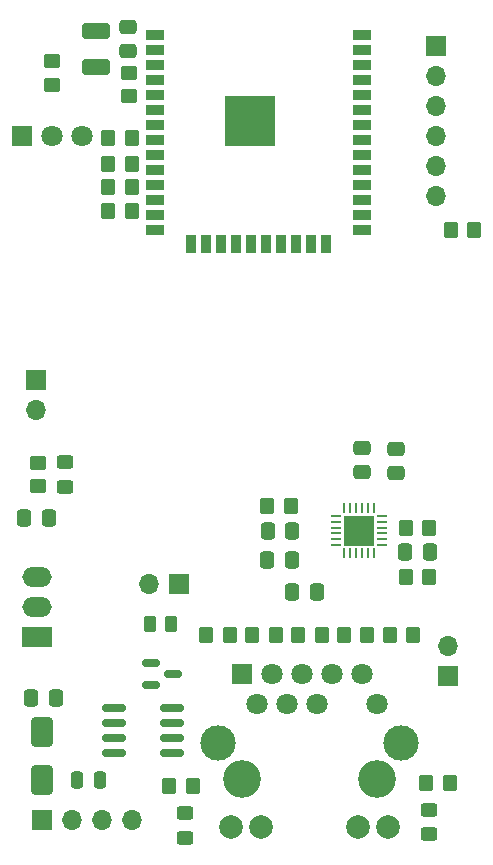
<source format=gbr>
%TF.GenerationSoftware,KiCad,Pcbnew,7.0.0-da2b9df05c~171~ubuntu22.10.1*%
%TF.CreationDate,2023-03-06T20:27:15+01:00*%
%TF.ProjectId,frakfurt_eth,6672616b-6675-4727-945f-6574682e6b69,rev?*%
%TF.SameCoordinates,Original*%
%TF.FileFunction,Soldermask,Top*%
%TF.FilePolarity,Negative*%
%FSLAX46Y46*%
G04 Gerber Fmt 4.6, Leading zero omitted, Abs format (unit mm)*
G04 Created by KiCad (PCBNEW 7.0.0-da2b9df05c~171~ubuntu22.10.1) date 2023-03-06 20:27:15*
%MOMM*%
%LPD*%
G01*
G04 APERTURE LIST*
G04 Aperture macros list*
%AMRoundRect*
0 Rectangle with rounded corners*
0 $1 Rounding radius*
0 $2 $3 $4 $5 $6 $7 $8 $9 X,Y pos of 4 corners*
0 Add a 4 corners polygon primitive as box body*
4,1,4,$2,$3,$4,$5,$6,$7,$8,$9,$2,$3,0*
0 Add four circle primitives for the rounded corners*
1,1,$1+$1,$2,$3*
1,1,$1+$1,$4,$5*
1,1,$1+$1,$6,$7*
1,1,$1+$1,$8,$9*
0 Add four rect primitives between the rounded corners*
20,1,$1+$1,$2,$3,$4,$5,0*
20,1,$1+$1,$4,$5,$6,$7,0*
20,1,$1+$1,$6,$7,$8,$9,0*
20,1,$1+$1,$8,$9,$2,$3,0*%
G04 Aperture macros list end*
%ADD10R,1.700000X1.700000*%
%ADD11O,1.700000X1.700000*%
%ADD12C,3.200000*%
%ADD13R,1.800000X1.800000*%
%ADD14C,1.800000*%
%ADD15C,2.000000*%
%ADD16C,3.000000*%
%ADD17RoundRect,0.250000X0.450000X-0.325000X0.450000X0.325000X-0.450000X0.325000X-0.450000X-0.325000X0*%
%ADD18RoundRect,0.250000X-0.450000X0.325000X-0.450000X-0.325000X0.450000X-0.325000X0.450000X0.325000X0*%
%ADD19RoundRect,0.250000X0.350000X0.450000X-0.350000X0.450000X-0.350000X-0.450000X0.350000X-0.450000X0*%
%ADD20RoundRect,0.250000X-0.350000X-0.450000X0.350000X-0.450000X0.350000X0.450000X-0.350000X0.450000X0*%
%ADD21RoundRect,0.062500X0.350000X0.062500X-0.350000X0.062500X-0.350000X-0.062500X0.350000X-0.062500X0*%
%ADD22RoundRect,0.062500X0.062500X0.350000X-0.062500X0.350000X-0.062500X-0.350000X0.062500X-0.350000X0*%
%ADD23R,2.600000X2.600000*%
%ADD24RoundRect,0.250000X0.925000X-0.412500X0.925000X0.412500X-0.925000X0.412500X-0.925000X-0.412500X0*%
%ADD25RoundRect,0.250000X-0.337500X-0.475000X0.337500X-0.475000X0.337500X0.475000X-0.337500X0.475000X0*%
%ADD26RoundRect,0.150000X-0.825000X-0.150000X0.825000X-0.150000X0.825000X0.150000X-0.825000X0.150000X0*%
%ADD27R,1.500000X0.900000*%
%ADD28R,0.900000X1.500000*%
%ADD29C,0.600000*%
%ADD30R,4.200000X4.200000*%
%ADD31RoundRect,0.250000X-0.475000X0.337500X-0.475000X-0.337500X0.475000X-0.337500X0.475000X0.337500X0*%
%ADD32RoundRect,0.250000X0.262500X0.450000X-0.262500X0.450000X-0.262500X-0.450000X0.262500X-0.450000X0*%
%ADD33RoundRect,0.250000X0.450000X-0.350000X0.450000X0.350000X-0.450000X0.350000X-0.450000X-0.350000X0*%
%ADD34RoundRect,0.150000X-0.587500X-0.150000X0.587500X-0.150000X0.587500X0.150000X-0.587500X0.150000X0*%
%ADD35R,2.500000X1.700000*%
%ADD36O,2.500000X1.700000*%
%ADD37RoundRect,0.250000X-0.650000X1.000000X-0.650000X-1.000000X0.650000X-1.000000X0.650000X1.000000X0*%
%ADD38RoundRect,0.250000X0.475000X-0.337500X0.475000X0.337500X-0.475000X0.337500X-0.475000X-0.337500X0*%
%ADD39RoundRect,0.250000X-0.450000X0.350000X-0.450000X-0.350000X0.450000X-0.350000X0.450000X0.350000X0*%
%ADD40RoundRect,0.250000X0.337500X0.475000X-0.337500X0.475000X-0.337500X-0.475000X0.337500X-0.475000X0*%
%ADD41RoundRect,0.250000X-0.250000X-0.475000X0.250000X-0.475000X0.250000X0.475000X-0.250000X0.475000X0*%
G04 APERTURE END LIST*
D10*
%TO.C,J6*%
X97999999Y-81724999D03*
D11*
X97999999Y-84264999D03*
%TD*%
D10*
%TO.C,J3*%
X132899999Y-106799999D03*
D11*
X132899999Y-104259999D03*
%TD*%
D12*
%TO.C,J1*%
X126880000Y-115550000D03*
X115450000Y-115550000D03*
D13*
X115449999Y-106659999D03*
D14*
X116720000Y-109200000D03*
X117990000Y-106660000D03*
X119260000Y-109200000D03*
X120530000Y-106660000D03*
X121800000Y-109200000D03*
X123070000Y-106660000D03*
X125610000Y-106660000D03*
X126880000Y-109200000D03*
D15*
X114530000Y-119610000D03*
X117070000Y-119610000D03*
X125250000Y-119610000D03*
X127790000Y-119610000D03*
D16*
X128910000Y-112500000D03*
X113410000Y-112500000D03*
%TD*%
D17*
%TO.C,D6*%
X131250000Y-120175000D03*
X131250000Y-118125000D03*
%TD*%
D18*
%TO.C,D5*%
X110650000Y-118450000D03*
X110650000Y-120500000D03*
%TD*%
D19*
%TO.C,R14*%
X133050000Y-115900000D03*
X131050000Y-115900000D03*
%TD*%
D17*
%TO.C,D4*%
X100450000Y-90775000D03*
X100450000Y-88725000D03*
%TD*%
D19*
%TO.C,L1*%
X131300000Y-94250000D03*
X129300000Y-94250000D03*
%TD*%
D20*
%TO.C,R11*%
X129300000Y-98450000D03*
X131300000Y-98450000D03*
%TD*%
D19*
%TO.C,R9*%
X106100000Y-65450000D03*
X104100000Y-65450000D03*
%TD*%
D21*
%TO.C,U3*%
X127287500Y-95750000D03*
X127287500Y-95250000D03*
X127287500Y-94750000D03*
X127287500Y-94250000D03*
X127287500Y-93750000D03*
X127287500Y-93250000D03*
D22*
X126600000Y-92562500D03*
X126100000Y-92562500D03*
X125600000Y-92562500D03*
X125100000Y-92562500D03*
X124600000Y-92562500D03*
X124100000Y-92562500D03*
D21*
X123412500Y-93250000D03*
X123412500Y-93750000D03*
X123412500Y-94250000D03*
X123412500Y-94750000D03*
X123412500Y-95250000D03*
X123412500Y-95750000D03*
D22*
X124100000Y-96437500D03*
X124600000Y-96437500D03*
X125100000Y-96437500D03*
X125600000Y-96437500D03*
X126100000Y-96437500D03*
X126600000Y-96437500D03*
D23*
X125349999Y-94499999D03*
%TD*%
D24*
%TO.C,C4*%
X103050000Y-55287500D03*
X103050000Y-52212500D03*
%TD*%
D25*
%TO.C,C13*%
X97025000Y-93450000D03*
X99100000Y-93450000D03*
%TD*%
D26*
%TO.C,U4*%
X104575000Y-109545000D03*
X104575000Y-110815000D03*
X104575000Y-112085000D03*
X104575000Y-113355000D03*
X109525000Y-113355000D03*
X109525000Y-112085000D03*
X109525000Y-110815000D03*
X109525000Y-109545000D03*
%TD*%
D27*
%TO.C,U2*%
X108089999Y-52509999D03*
X108089999Y-53779999D03*
X108089999Y-55049999D03*
X108089999Y-56319999D03*
X108089999Y-57589999D03*
X108089999Y-58859999D03*
X108089999Y-60129999D03*
X108089999Y-61399999D03*
X108089999Y-62669999D03*
X108089999Y-63939999D03*
X108089999Y-65209999D03*
X108089999Y-66479999D03*
X108089999Y-67749999D03*
X108089999Y-69019999D03*
D28*
X111129999Y-70269999D03*
X112399999Y-70269999D03*
X113669999Y-70269999D03*
X114939999Y-70269999D03*
X116209999Y-70269999D03*
X117479999Y-70269999D03*
X118749999Y-70269999D03*
X120019999Y-70269999D03*
X121289999Y-70269999D03*
X122559999Y-70269999D03*
D27*
X125589999Y-69019999D03*
X125589999Y-67749999D03*
X125589999Y-66479999D03*
X125589999Y-65209999D03*
X125589999Y-63939999D03*
X125589999Y-62669999D03*
X125589999Y-61399999D03*
X125589999Y-60129999D03*
X125589999Y-58859999D03*
X125589999Y-57589999D03*
X125589999Y-56319999D03*
X125589999Y-55049999D03*
X125589999Y-53779999D03*
X125589999Y-52509999D03*
D29*
X114635000Y-59087500D03*
X114635000Y-60612500D03*
X115397500Y-58325000D03*
X115397500Y-59850000D03*
X115397500Y-61375000D03*
X116160000Y-59087500D03*
D30*
X116159999Y-59849999D03*
D29*
X116160000Y-60612500D03*
X116922500Y-58325000D03*
X116922500Y-59850000D03*
X116922500Y-61375000D03*
X117685000Y-59087500D03*
X117685000Y-60612500D03*
%TD*%
D25*
%TO.C,C8*%
X129262500Y-96350000D03*
X131337500Y-96350000D03*
%TD*%
D31*
%TO.C,C7*%
X125600000Y-87512500D03*
X125600000Y-89587500D03*
%TD*%
D32*
%TO.C,R15*%
X109462500Y-102450000D03*
X107637500Y-102450000D03*
%TD*%
D33*
%TO.C,R6*%
X105850000Y-57750000D03*
X105850000Y-55750000D03*
%TD*%
D34*
%TO.C,D2*%
X107762500Y-105700000D03*
X107762500Y-107600000D03*
X109637500Y-106650000D03*
%TD*%
D10*
%TO.C,J4*%
X98549999Y-119049999D03*
D11*
X101089999Y-119049999D03*
X103629999Y-119049999D03*
X106169999Y-119049999D03*
%TD*%
D20*
%TO.C,R3*%
X124050000Y-103350000D03*
X126050000Y-103350000D03*
%TD*%
D19*
%TO.C,R5*%
X111300000Y-116150000D03*
X109300000Y-116150000D03*
%TD*%
D10*
%TO.C,J2*%
X131899999Y-53499999D03*
D11*
X131899999Y-56039999D03*
X131899999Y-58579999D03*
X131899999Y-61119999D03*
X131899999Y-63659999D03*
X131899999Y-66199999D03*
%TD*%
D13*
%TO.C,D1*%
X96849999Y-61099999D03*
D14*
X99390000Y-61100000D03*
X101930000Y-61100000D03*
%TD*%
D35*
%TO.C,U5*%
X98092499Y-103497499D03*
D36*
X98092499Y-100957499D03*
X98092499Y-98417499D03*
%TD*%
D19*
%TO.C,R8*%
X106100000Y-63450000D03*
X104100000Y-63450000D03*
%TD*%
D37*
%TO.C,D3*%
X98500000Y-111600000D03*
X98500000Y-115600000D03*
%TD*%
D38*
%TO.C,C3*%
X105800000Y-53937500D03*
X105800000Y-51862500D03*
%TD*%
D33*
%TO.C,R16*%
X99350000Y-56750000D03*
X99350000Y-54750000D03*
%TD*%
D25*
%TO.C,C6*%
X119712500Y-99700000D03*
X121787500Y-99700000D03*
%TD*%
D20*
%TO.C,R7*%
X133100000Y-69050000D03*
X135100000Y-69050000D03*
%TD*%
D19*
%TO.C,R10*%
X106100000Y-67450000D03*
X104100000Y-67450000D03*
%TD*%
D20*
%TO.C,L2*%
X127950000Y-103350000D03*
X129950000Y-103350000D03*
%TD*%
D19*
%TO.C,R1*%
X114400000Y-103350000D03*
X112400000Y-103350000D03*
%TD*%
%TO.C,R2*%
X118300000Y-103350000D03*
X116300000Y-103350000D03*
%TD*%
D39*
%TO.C,R17*%
X98200000Y-88750000D03*
X98200000Y-90750000D03*
%TD*%
D25*
%TO.C,C12*%
X97612500Y-108650000D03*
X99687500Y-108650000D03*
%TD*%
D40*
%TO.C,C10*%
X119637500Y-97000000D03*
X117562500Y-97000000D03*
%TD*%
D19*
%TO.C,R4*%
X122200000Y-103350000D03*
X120200000Y-103350000D03*
%TD*%
D41*
%TO.C,C5*%
X101500000Y-115650000D03*
X103400000Y-115650000D03*
%TD*%
D19*
%TO.C,R13*%
X106100000Y-61300000D03*
X104100000Y-61300000D03*
%TD*%
D38*
%TO.C,C9*%
X128450000Y-89637500D03*
X128450000Y-87562500D03*
%TD*%
D20*
%TO.C,R12*%
X117600000Y-92450000D03*
X119600000Y-92450000D03*
%TD*%
D40*
%TO.C,C11*%
X119687500Y-94550000D03*
X117612500Y-94550000D03*
%TD*%
D10*
%TO.C,J5*%
X110074999Y-99049999D03*
D11*
X107534999Y-99049999D03*
%TD*%
M02*

</source>
